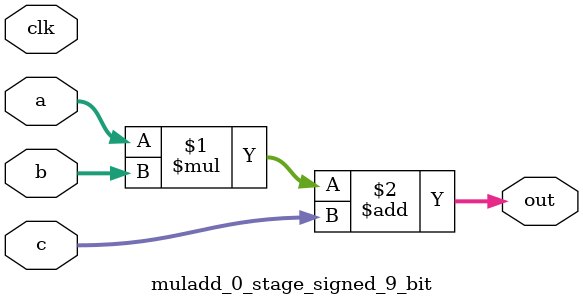
<source format=sv>
(* use_dsp = "yes" *) module muladd_0_stage_signed_9_bit(
	input signed [8:0] a,
	input signed [8:0] b,
	input signed [8:0] c,
	output [8:0] out,
	input clk);

	assign out = (a * b) + c;
endmodule

</source>
